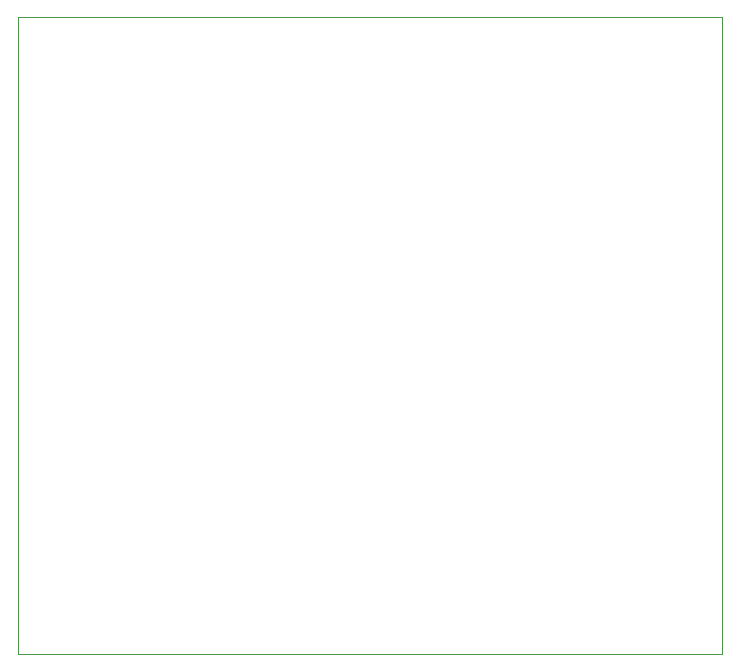
<source format=gm1>
G04 #@! TF.GenerationSoftware,KiCad,Pcbnew,7.0.1*
G04 #@! TF.CreationDate,2023-11-01T02:09:25-07:00*
G04 #@! TF.ProjectId,KENESP32LTC370TEST,4b454e45-5350-4333-924c-544333373054,rev?*
G04 #@! TF.SameCoordinates,Original*
G04 #@! TF.FileFunction,Profile,NP*
%FSLAX46Y46*%
G04 Gerber Fmt 4.6, Leading zero omitted, Abs format (unit mm)*
G04 Created by KiCad (PCBNEW 7.0.1) date 2023-11-01 02:09:25*
%MOMM*%
%LPD*%
G01*
G04 APERTURE LIST*
G04 #@! TA.AperFunction,Profile*
%ADD10C,0.100000*%
G04 #@! TD*
G04 APERTURE END LIST*
D10*
X89000000Y-156400000D02*
X148600000Y-156400000D01*
X89000000Y-102400000D02*
X89000000Y-156400000D01*
X148600000Y-102400000D02*
X89000000Y-102400000D01*
X148600000Y-156400000D02*
X148600000Y-102400000D01*
M02*

</source>
